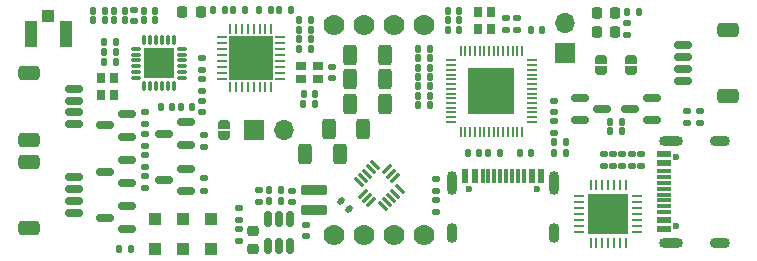
<source format=gbr>
%TF.GenerationSoftware,KiCad,Pcbnew,(6.0.5)*%
%TF.CreationDate,2022-11-18T19:02:11-05:00*%
%TF.ProjectId,SimpleMelt-Hardware,53696d70-6c65-44d6-956c-742d48617264,rev?*%
%TF.SameCoordinates,Original*%
%TF.FileFunction,Soldermask,Top*%
%TF.FilePolarity,Negative*%
%FSLAX46Y46*%
G04 Gerber Fmt 4.6, Leading zero omitted, Abs format (unit mm)*
G04 Created by KiCad (PCBNEW (6.0.5)) date 2022-11-18 19:02:11*
%MOMM*%
%LPD*%
G01*
G04 APERTURE LIST*
G04 Aperture macros list*
%AMRoundRect*
0 Rectangle with rounded corners*
0 $1 Rounding radius*
0 $2 $3 $4 $5 $6 $7 $8 $9 X,Y pos of 4 corners*
0 Add a 4 corners polygon primitive as box body*
4,1,4,$2,$3,$4,$5,$6,$7,$8,$9,$2,$3,0*
0 Add four circle primitives for the rounded corners*
1,1,$1+$1,$2,$3*
1,1,$1+$1,$4,$5*
1,1,$1+$1,$6,$7*
1,1,$1+$1,$8,$9*
0 Add four rect primitives between the rounded corners*
20,1,$1+$1,$2,$3,$4,$5,0*
20,1,$1+$1,$4,$5,$6,$7,0*
20,1,$1+$1,$6,$7,$8,$9,0*
20,1,$1+$1,$8,$9,$2,$3,0*%
%AMRotRect*
0 Rectangle, with rotation*
0 The origin of the aperture is its center*
0 $1 length*
0 $2 width*
0 $3 Rotation angle, in degrees counterclockwise*
0 Add horizontal line*
21,1,$1,$2,0,0,$3*%
%AMFreePoly0*
4,1,13,0.500000,-0.500000,0.000000,-0.500000,-0.095671,-0.480970,-0.176777,-0.426777,-0.230970,-0.345671,-0.250000,-0.250000,-0.250000,0.250000,-0.230970,0.345671,-0.176777,0.426777,-0.095671,0.480970,0.000000,0.500000,0.500000,0.500000,0.500000,-0.500000,0.500000,-0.500000,$1*%
%AMFreePoly1*
4,1,13,0.095671,0.480970,0.176777,0.426777,0.230970,0.345671,0.250000,0.250000,0.250000,-0.250000,0.230970,-0.345671,0.176777,-0.426777,0.095671,-0.480970,0.000000,-0.500000,-0.500000,-0.500000,-0.500000,0.500000,0.000000,0.500000,0.095671,0.480970,0.095671,0.480970,$1*%
G04 Aperture macros list end*
%ADD10RoundRect,0.250000X-0.312500X-0.625000X0.312500X-0.625000X0.312500X0.625000X-0.312500X0.625000X0*%
%ADD11RoundRect,0.135000X0.185000X-0.135000X0.185000X0.135000X-0.185000X0.135000X-0.185000X-0.135000X0*%
%ADD12RoundRect,0.135000X0.135000X0.185000X-0.135000X0.185000X-0.135000X-0.185000X0.135000X-0.185000X0*%
%ADD13RoundRect,0.135000X-0.135000X-0.185000X0.135000X-0.185000X0.135000X0.185000X-0.135000X0.185000X0*%
%ADD14FreePoly0,270.000000*%
%ADD15FreePoly1,270.000000*%
%ADD16RoundRect,0.140000X-0.170000X0.140000X-0.170000X-0.140000X0.170000X-0.140000X0.170000X0.140000X0*%
%ADD17R,1.000000X1.000000*%
%ADD18RoundRect,0.218750X-0.218750X-0.256250X0.218750X-0.256250X0.218750X0.256250X-0.218750X0.256250X0*%
%ADD19RoundRect,0.150000X-0.587500X-0.150000X0.587500X-0.150000X0.587500X0.150000X-0.587500X0.150000X0*%
%ADD20RoundRect,0.135000X-0.185000X0.135000X-0.185000X-0.135000X0.185000X-0.135000X0.185000X0.135000X0*%
%ADD21RoundRect,0.140000X-0.140000X-0.170000X0.140000X-0.170000X0.140000X0.170000X-0.140000X0.170000X0*%
%ADD22R,1.700000X1.700000*%
%ADD23O,1.700000X1.700000*%
%ADD24RoundRect,0.225000X0.250000X-0.225000X0.250000X0.225000X-0.250000X0.225000X-0.250000X-0.225000X0*%
%ADD25RoundRect,0.140000X0.140000X0.170000X-0.140000X0.170000X-0.140000X-0.170000X0.140000X-0.170000X0*%
%ADD26RoundRect,0.140000X0.170000X-0.140000X0.170000X0.140000X-0.170000X0.140000X-0.170000X-0.140000X0*%
%ADD27C,0.600000*%
%ADD28R,1.160000X0.600000*%
%ADD29R,1.160000X0.300000*%
%ADD30O,2.000000X0.900000*%
%ADD31O,1.700000X0.900000*%
%ADD32RoundRect,0.050000X-0.387500X-0.050000X0.387500X-0.050000X0.387500X0.050000X-0.387500X0.050000X0*%
%ADD33RoundRect,0.050000X-0.050000X-0.387500X0.050000X-0.387500X0.050000X0.387500X-0.050000X0.387500X0*%
%ADD34R,4.000000X4.000000*%
%ADD35RoundRect,0.150000X0.587500X0.150000X-0.587500X0.150000X-0.587500X-0.150000X0.587500X-0.150000X0*%
%ADD36RoundRect,0.212500X0.887500X-0.212500X0.887500X0.212500X-0.887500X0.212500X-0.887500X-0.212500X0*%
%ADD37RoundRect,0.075000X-0.350000X-0.075000X0.350000X-0.075000X0.350000X0.075000X-0.350000X0.075000X0*%
%ADD38RoundRect,0.075000X-0.075000X-0.350000X0.075000X-0.350000X0.075000X0.350000X-0.075000X0.350000X0*%
%ADD39R,2.650000X2.650000*%
%ADD40RoundRect,0.140000X0.219203X0.021213X0.021213X0.219203X-0.219203X-0.021213X-0.021213X-0.219203X0*%
%ADD41C,1.778000*%
%ADD42RotRect,1.000000X0.300000X135.000000*%
%ADD43RotRect,0.300000X1.000000X135.000000*%
%ADD44R,0.600000X1.160000*%
%ADD45R,0.300000X1.160000*%
%ADD46O,0.900000X2.000000*%
%ADD47O,0.900000X1.700000*%
%ADD48RoundRect,0.062500X0.337500X0.062500X-0.337500X0.062500X-0.337500X-0.062500X0.337500X-0.062500X0*%
%ADD49RoundRect,0.062500X0.062500X0.337500X-0.062500X0.337500X-0.062500X-0.337500X0.062500X-0.337500X0*%
%ADD50R,3.350000X3.350000*%
%ADD51R,0.800000X0.900000*%
%ADD52RoundRect,0.147500X0.172500X-0.147500X0.172500X0.147500X-0.172500X0.147500X-0.172500X-0.147500X0*%
%ADD53RoundRect,0.150000X-0.150000X0.512500X-0.150000X-0.512500X0.150000X-0.512500X0.150000X0.512500X0*%
%ADD54FreePoly0,90.000000*%
%ADD55FreePoly1,90.000000*%
%ADD56RoundRect,0.150000X-0.625000X0.150000X-0.625000X-0.150000X0.625000X-0.150000X0.625000X0.150000X0*%
%ADD57RoundRect,0.250000X-0.650000X0.350000X-0.650000X-0.350000X0.650000X-0.350000X0.650000X0.350000X0*%
%ADD58R,1.000000X1.050000*%
%ADD59R,1.050000X2.200000*%
%ADD60RoundRect,0.147500X0.147500X0.172500X-0.147500X0.172500X-0.147500X-0.172500X0.147500X-0.172500X0*%
%ADD61R,0.900000X0.800000*%
%ADD62RoundRect,0.062500X-0.062500X0.337500X-0.062500X-0.337500X0.062500X-0.337500X0.062500X0.337500X0*%
%ADD63RoundRect,0.062500X-0.337500X0.062500X-0.337500X-0.062500X0.337500X-0.062500X0.337500X0.062500X0*%
%ADD64R,3.700000X3.700000*%
%ADD65RoundRect,0.150000X0.625000X-0.150000X0.625000X0.150000X-0.625000X0.150000X-0.625000X-0.150000X0*%
%ADD66RoundRect,0.250000X0.650000X-0.350000X0.650000X0.350000X-0.650000X0.350000X-0.650000X-0.350000X0*%
G04 APERTURE END LIST*
D10*
%TO.C,R10*%
X-6262500Y-2000000D03*
X-3337500Y-2000000D03*
%TD*%
%TO.C,R9*%
X-4262500Y100000D03*
X-1337500Y100000D03*
%TD*%
%TO.C,R8*%
X-2462500Y4300000D03*
X462500Y4300000D03*
%TD*%
%TO.C,R7*%
X-2462500Y6400000D03*
X462500Y6400000D03*
%TD*%
%TO.C,R6*%
X-2452500Y2200000D03*
X472500Y2200000D03*
%TD*%
D11*
%TO.C,R52*%
X19800000Y-3030000D03*
X19800000Y-2010000D03*
%TD*%
D12*
%TO.C,R60*%
X-5765000Y9300000D03*
X-6785000Y9300000D03*
%TD*%
D13*
%TO.C,R63*%
X-12385000Y10175000D03*
X-11365000Y10175000D03*
%TD*%
D14*
%TO.C,JP2*%
X18800000Y6100000D03*
D15*
X18800000Y4900000D03*
%TD*%
D16*
%TO.C,C50*%
X22200000Y-2040000D03*
X22200000Y-3000000D03*
%TD*%
D17*
%TO.C,D42*%
X-14200000Y-7550000D03*
X-14200000Y-10050000D03*
%TD*%
D18*
%TO.C,D60*%
X-16687500Y10000000D03*
X-15112500Y10000000D03*
%TD*%
D17*
%TO.C,D20*%
X-16600000Y-7550000D03*
X-16600000Y-10050000D03*
%TD*%
D19*
%TO.C,Q50*%
X17025000Y2750000D03*
X17025000Y850000D03*
X18900000Y1800000D03*
%TD*%
D20*
%TO.C,R33*%
X-19800000Y1510000D03*
X-19800000Y490000D03*
%TD*%
D16*
%TO.C,C12*%
X10700000Y9480000D03*
X10700000Y8520000D03*
%TD*%
D21*
%TO.C,C63*%
X-8455000Y10175000D03*
X-7495000Y10175000D03*
%TD*%
D11*
%TO.C,R41*%
X21000000Y8090000D03*
X21000000Y9110000D03*
%TD*%
D21*
%TO.C,C10*%
X5820000Y8500000D03*
X6780000Y8500000D03*
%TD*%
D18*
%TO.C,D40*%
X18412500Y9900000D03*
X19987500Y9900000D03*
%TD*%
D21*
%TO.C,C62*%
X-6755000Y6900000D03*
X-5795000Y6900000D03*
%TD*%
D20*
%TO.C,R56*%
X4800000Y-4100000D03*
X4800000Y-5120000D03*
%TD*%
D13*
%TO.C,R51*%
X19552500Y-100000D03*
X20572500Y-100000D03*
%TD*%
D14*
%TO.C,JP60*%
X-13100000Y600000D03*
D15*
X-13100000Y-600000D03*
%TD*%
D22*
%TO.C,J2*%
X15700000Y6525000D03*
D23*
X15700000Y9065000D03*
%TD*%
D24*
%TO.C,C20*%
X-10700000Y-10075000D03*
X-10700000Y-8525000D03*
%TD*%
D21*
%TO.C,C4*%
X7520000Y-1900000D03*
X8480000Y-1900000D03*
%TD*%
D20*
%TO.C,R54*%
X27200000Y1610000D03*
X27200000Y590000D03*
%TD*%
D16*
%TO.C,C52*%
X20600000Y-2040000D03*
X20600000Y-3000000D03*
%TD*%
D25*
%TO.C,C102*%
X-23240000Y10100000D03*
X-24200000Y10100000D03*
%TD*%
D26*
%TO.C,C7*%
X14800000Y-200000D03*
X14800000Y760000D03*
%TD*%
D12*
%TO.C,R67*%
X-13090000Y10175000D03*
X-14110000Y10175000D03*
%TD*%
D27*
%TO.C,U51*%
X25150000Y-2310000D03*
X25150000Y-8090000D03*
D28*
X24090000Y-8400000D03*
X24090000Y-7600000D03*
D29*
X24090000Y-6450000D03*
X24090000Y-5450000D03*
X24090000Y-4950000D03*
X24090000Y-3950000D03*
D28*
X24090000Y-2800000D03*
X24090000Y-2000000D03*
X24090000Y-2000000D03*
X24090000Y-2800000D03*
D29*
X24090000Y-3450000D03*
X24090000Y-4450000D03*
X24090000Y-5950000D03*
X24090000Y-6950000D03*
D28*
X24090000Y-7600000D03*
X24090000Y-8400000D03*
D30*
X24670000Y-9520000D03*
X24670000Y-880000D03*
D31*
X28840000Y-9520000D03*
X28840000Y-880000D03*
%TD*%
D25*
%TO.C,C13*%
X4280000Y6100000D03*
X3320000Y6100000D03*
%TD*%
%TO.C,C61*%
X-5420000Y3075000D03*
X-6380000Y3075000D03*
%TD*%
D13*
%TO.C,R4*%
X14790000Y-1900000D03*
X15810000Y-1900000D03*
%TD*%
D18*
%TO.C,D41*%
X18412500Y8300000D03*
X19987500Y8300000D03*
%TD*%
D12*
%TO.C,R50*%
X20572500Y700000D03*
X19552500Y700000D03*
%TD*%
D11*
%TO.C,R36*%
X-14800000Y-1410000D03*
X-14800000Y-390000D03*
%TD*%
D12*
%TO.C,R20*%
X-8290000Y-5100000D03*
X-9310000Y-5100000D03*
%TD*%
D25*
%TO.C,C11*%
X6780000Y10100000D03*
X5820000Y10100000D03*
%TD*%
D21*
%TO.C,C70*%
X-16780000Y1950000D03*
X-15820000Y1950000D03*
%TD*%
D32*
%TO.C,U1*%
X6062500Y5900000D03*
X6062500Y5500000D03*
X6062500Y5100000D03*
X6062500Y4700000D03*
X6062500Y4300000D03*
X6062500Y3900000D03*
X6062500Y3500000D03*
X6062500Y3100000D03*
X6062500Y2700000D03*
X6062500Y2300000D03*
X6062500Y1900000D03*
X6062500Y1500000D03*
X6062500Y1100000D03*
X6062500Y700000D03*
D33*
X6900000Y-137500D03*
X7300000Y-137500D03*
X7700000Y-137500D03*
X8100000Y-137500D03*
X8500000Y-137500D03*
X8900000Y-137500D03*
X9300000Y-137500D03*
X9700000Y-137500D03*
X10100000Y-137500D03*
X10500000Y-137500D03*
X10900000Y-137500D03*
X11300000Y-137500D03*
X11700000Y-137500D03*
X12100000Y-137500D03*
D32*
X12937500Y700000D03*
X12937500Y1100000D03*
X12937500Y1500000D03*
X12937500Y1900000D03*
X12937500Y2300000D03*
X12937500Y2700000D03*
X12937500Y3100000D03*
X12937500Y3500000D03*
X12937500Y3900000D03*
X12937500Y4300000D03*
X12937500Y4700000D03*
X12937500Y5100000D03*
X12937500Y5500000D03*
X12937500Y5900000D03*
D33*
X12100000Y6737500D03*
X11700000Y6737500D03*
X11300000Y6737500D03*
X10900000Y6737500D03*
X10500000Y6737500D03*
X10100000Y6737500D03*
X9700000Y6737500D03*
X9300000Y6737500D03*
X8900000Y6737500D03*
X8500000Y6737500D03*
X8100000Y6737500D03*
X7700000Y6737500D03*
X7300000Y6737500D03*
X6900000Y6737500D03*
D34*
X9500000Y3300000D03*
%TD*%
D21*
%TO.C,C9*%
X5820000Y9300000D03*
X6780000Y9300000D03*
%TD*%
D35*
%TO.C,Q20*%
X-21362500Y-8350000D03*
X-21362500Y-6450000D03*
X-23237500Y-7400000D03*
%TD*%
D25*
%TO.C,C74*%
X-22320000Y7450000D03*
X-23280000Y7450000D03*
%TD*%
D12*
%TO.C,R1*%
X4310000Y6900000D03*
X3290000Y6900000D03*
%TD*%
D36*
%TO.C,L20*%
X-5500000Y-6725000D03*
X-5500000Y-5075000D03*
%TD*%
D11*
%TO.C,R32*%
X-14800000Y-5110000D03*
X-14800000Y-4090000D03*
%TD*%
D20*
%TO.C,R43*%
X-11900000Y-6590000D03*
X-11900000Y-7610000D03*
%TD*%
%TO.C,R2*%
X11700000Y9510000D03*
X11700000Y8490000D03*
%TD*%
D16*
%TO.C,C6*%
X14800000Y2460000D03*
X14800000Y1500000D03*
%TD*%
D25*
%TO.C,C14*%
X4280000Y2900000D03*
X3320000Y2900000D03*
%TD*%
%TO.C,C104*%
X-21525000Y10100000D03*
X-22485000Y10100000D03*
%TD*%
D21*
%TO.C,C1*%
X3320000Y5300000D03*
X4280000Y5300000D03*
%TD*%
D37*
%TO.C,U70*%
X-20580000Y6905000D03*
X-20580000Y6405000D03*
X-20580000Y5905000D03*
X-20580000Y5405000D03*
X-20580000Y4905000D03*
X-20580000Y4405000D03*
D38*
X-19880000Y3705000D03*
X-19380000Y3705000D03*
X-18880000Y3705000D03*
X-18380000Y3705000D03*
X-17880000Y3705000D03*
X-17380000Y3705000D03*
D37*
X-16680000Y4405000D03*
X-16680000Y4905000D03*
X-16680000Y5405000D03*
X-16680000Y5905000D03*
X-16680000Y6405000D03*
X-16680000Y6905000D03*
D38*
X-17380000Y7605000D03*
X-17880000Y7605000D03*
X-18380000Y7605000D03*
X-18880000Y7605000D03*
X-19380000Y7605000D03*
X-19880000Y7605000D03*
D39*
X-18630000Y5655000D03*
%TD*%
D35*
%TO.C,Q33*%
X-16362500Y-1250000D03*
X-16362500Y650000D03*
X-18237500Y-300000D03*
%TD*%
D16*
%TO.C,C51*%
X21400000Y-2040000D03*
X21400000Y-3000000D03*
%TD*%
D20*
%TO.C,R66*%
X-15000000Y6110000D03*
X-15000000Y5090000D03*
%TD*%
D40*
%TO.C,C31*%
X-2560589Y-6639411D03*
X-3239411Y-5960589D03*
%TD*%
D20*
%TO.C,R55*%
X26100000Y1610000D03*
X26100000Y590000D03*
%TD*%
D21*
%TO.C,C3*%
X3320000Y4500000D03*
X4280000Y4500000D03*
%TD*%
D41*
%TO.C,U30*%
X3810000Y8890000D03*
X1270000Y8890000D03*
X-1270000Y8890000D03*
X-3810000Y8890000D03*
X-3810000Y-8890000D03*
X-1270000Y-8890000D03*
X1270000Y-8890000D03*
X3810000Y-8890000D03*
%TD*%
D12*
%TO.C,R40*%
X22010000Y10000000D03*
X20990000Y10000000D03*
%TD*%
D42*
%TO.C,U31*%
X318198Y-6432412D03*
X671751Y-6078858D03*
X1025305Y-5725305D03*
X1378858Y-5371751D03*
X1732412Y-5018198D03*
D43*
X1378858Y-4028249D03*
X1025305Y-3674695D03*
X671751Y-3321142D03*
D42*
X-318198Y-2967588D03*
X-671751Y-3321142D03*
X-1025305Y-3674695D03*
X-1378858Y-4028249D03*
X-1732412Y-4381802D03*
D43*
X-1378858Y-5371751D03*
X-1025305Y-5725305D03*
X-671751Y-6078858D03*
%TD*%
D27*
%TO.C,U52*%
X7610000Y-4975000D03*
X13390000Y-4975000D03*
D44*
X7300000Y-3915000D03*
X8100000Y-3915000D03*
D45*
X9250000Y-3915000D03*
X10250000Y-3915000D03*
X10750000Y-3915000D03*
X11750000Y-3915000D03*
D44*
X12900000Y-3915000D03*
X13700000Y-3915000D03*
X13700000Y-3915000D03*
X12900000Y-3915000D03*
D45*
X12250000Y-3915000D03*
X11250000Y-3915000D03*
X9750000Y-3915000D03*
X8750000Y-3915000D03*
D44*
X8100000Y-3915000D03*
X7300000Y-3915000D03*
D46*
X6180000Y-4495000D03*
D47*
X14820000Y-8665000D03*
X6180000Y-8665000D03*
D46*
X14820000Y-4495000D03*
%TD*%
D35*
%TO.C,Q30*%
X-21362500Y-4450000D03*
X-21362500Y-2550000D03*
X-23237500Y-3500000D03*
%TD*%
D20*
%TO.C,R65*%
X-15000000Y4310000D03*
X-15000000Y3290000D03*
%TD*%
D25*
%TO.C,C5*%
X12880000Y-1900000D03*
X11920000Y-1900000D03*
%TD*%
D12*
%TO.C,R64*%
X-22290000Y5800000D03*
X-23310000Y5800000D03*
%TD*%
D25*
%TO.C,C65*%
X-9195000Y10175000D03*
X-10155000Y10175000D03*
%TD*%
D48*
%TO.C,U50*%
X21850000Y-8600000D03*
X21850000Y-8100000D03*
X21850000Y-7600000D03*
X21850000Y-7100000D03*
X21850000Y-6600000D03*
X21850000Y-6100000D03*
X21850000Y-5600000D03*
D49*
X20900000Y-4650000D03*
X20400000Y-4650000D03*
X19900000Y-4650000D03*
X19400000Y-4650000D03*
X18900000Y-4650000D03*
X18400000Y-4650000D03*
X17900000Y-4650000D03*
D48*
X16950000Y-5600000D03*
X16950000Y-6100000D03*
X16950000Y-6600000D03*
X16950000Y-7100000D03*
X16950000Y-7600000D03*
X16950000Y-8100000D03*
X16950000Y-8600000D03*
D49*
X17900000Y-9550000D03*
X18400000Y-9550000D03*
X18900000Y-9550000D03*
X19400000Y-9550000D03*
X19900000Y-9550000D03*
X20400000Y-9550000D03*
X20900000Y-9550000D03*
D50*
X19400000Y-7100000D03*
%TD*%
D51*
%TO.C,U2*%
X9450000Y8600000D03*
X9450000Y10000000D03*
X8350000Y10000000D03*
X8350000Y8600000D03*
%TD*%
D25*
%TO.C,C40*%
X4280000Y2100000D03*
X3320000Y2100000D03*
%TD*%
D11*
%TO.C,R53*%
X19000000Y-3030000D03*
X19000000Y-2010000D03*
%TD*%
D35*
%TO.C,Q31*%
X-16362500Y-5150000D03*
X-16362500Y-3250000D03*
X-18237500Y-4200000D03*
%TD*%
D25*
%TO.C,C72*%
X-17520000Y1950000D03*
X-18480000Y1950000D03*
%TD*%
D26*
%TO.C,C60*%
X-3975000Y4395000D03*
X-3975000Y5355000D03*
%TD*%
D52*
%TO.C,L101*%
X-20720000Y9215000D03*
X-20720000Y10185000D03*
%TD*%
D25*
%TO.C,C71*%
X-22320000Y6650000D03*
X-23280000Y6650000D03*
%TD*%
D53*
%TO.C,U20*%
X-7550000Y-7562500D03*
X-8500000Y-7562500D03*
X-9450000Y-7562500D03*
X-9450000Y-9837500D03*
X-8500000Y-9837500D03*
X-7550000Y-9837500D03*
%TD*%
D16*
%TO.C,C73*%
X-15000000Y2480000D03*
X-15000000Y1520000D03*
%TD*%
D17*
%TO.C,D21*%
X-19000000Y-7550000D03*
X-19000000Y-10050000D03*
%TD*%
D54*
%TO.C,JP1*%
X21300000Y4900000D03*
D55*
X21300000Y6100000D03*
%TD*%
D21*
%TO.C,C101*%
X-19900000Y10100000D03*
X-18940000Y10100000D03*
%TD*%
D56*
%TO.C,J201*%
X-25800000Y3500000D03*
X-25800000Y2500000D03*
X-25800000Y1500000D03*
X-25800000Y500000D03*
D57*
X-29675000Y4800000D03*
X-29675000Y-800000D03*
%TD*%
D58*
%TO.C,J60*%
X-28000000Y9650000D03*
D59*
X-26525000Y8125000D03*
X-29475000Y8125000D03*
%TD*%
D20*
%TO.C,R21*%
X-10200000Y-5090000D03*
X-10200000Y-6110000D03*
%TD*%
D60*
%TO.C,L102*%
X-21520000Y9300000D03*
X-22490000Y9300000D03*
%TD*%
D12*
%TO.C,R5*%
X15810000Y-1010000D03*
X14790000Y-1010000D03*
%TD*%
D56*
%TO.C,J202*%
X-25800000Y-4000000D03*
X-25800000Y-5000000D03*
X-25800000Y-6000000D03*
X-25800000Y-7000000D03*
D57*
X-29675000Y-8300000D03*
X-29675000Y-2700000D03*
%TD*%
D25*
%TO.C,C103*%
X-23240000Y9300000D03*
X-24200000Y9300000D03*
%TD*%
D35*
%TO.C,Q51*%
X23100000Y850000D03*
X23100000Y2750000D03*
X21225000Y1800000D03*
%TD*%
D25*
%TO.C,C8*%
X13780000Y8500000D03*
X12820000Y8500000D03*
%TD*%
D35*
%TO.C,Q32*%
X-21362500Y-550000D03*
X-21362500Y1350000D03*
X-23237500Y400000D03*
%TD*%
D16*
%TO.C,C21*%
X-6200000Y-8020000D03*
X-6200000Y-8980000D03*
%TD*%
D22*
%TO.C,J1*%
X-10575000Y0D03*
D23*
X-8035000Y0D03*
%TD*%
D12*
%TO.C,R22*%
X-20990000Y-10100000D03*
X-22010000Y-10100000D03*
%TD*%
D20*
%TO.C,R31*%
X-19800000Y-3890000D03*
X-19800000Y-4910000D03*
%TD*%
D25*
%TO.C,C64*%
X-5795000Y8500000D03*
X-6755000Y8500000D03*
%TD*%
D13*
%TO.C,R68*%
X-6410000Y2200000D03*
X-5390000Y2200000D03*
%TD*%
D20*
%TO.C,R42*%
X-11900000Y-8390000D03*
X-11900000Y-9410000D03*
%TD*%
%TO.C,R30*%
X-19800000Y-2090000D03*
X-19800000Y-3110000D03*
%TD*%
D11*
%TO.C,R57*%
X4800000Y-6920000D03*
X4800000Y-5900000D03*
%TD*%
D51*
%TO.C,U71*%
X-22450000Y3000000D03*
X-22450000Y4400000D03*
X-23550000Y4400000D03*
X-23550000Y3000000D03*
%TD*%
D61*
%TO.C,U61*%
X-5175000Y5425000D03*
X-6575000Y5425000D03*
X-6575000Y4325000D03*
X-5175000Y4325000D03*
%TD*%
D62*
%TO.C,U60*%
X-9125000Y8550000D03*
X-9625000Y8550000D03*
X-10125000Y8550000D03*
X-10625000Y8550000D03*
X-11125000Y8550000D03*
X-11625000Y8550000D03*
X-12125000Y8550000D03*
X-12625000Y8550000D03*
D63*
X-13325000Y7850000D03*
X-13325000Y7350000D03*
X-13325000Y6850000D03*
X-13325000Y6350000D03*
X-13325000Y5850000D03*
X-13325000Y5350000D03*
X-13325000Y4850000D03*
X-13325000Y4350000D03*
D62*
X-12625000Y3650000D03*
X-12125000Y3650000D03*
X-11625000Y3650000D03*
X-11125000Y3650000D03*
X-10625000Y3650000D03*
X-10125000Y3650000D03*
X-9625000Y3650000D03*
X-9125000Y3650000D03*
D63*
X-8425000Y4350000D03*
X-8425000Y4850000D03*
X-8425000Y5350000D03*
X-8425000Y5850000D03*
X-8425000Y6350000D03*
X-8425000Y6850000D03*
X-8425000Y7350000D03*
X-8425000Y7850000D03*
D64*
X-10875000Y6100000D03*
%TD*%
D21*
%TO.C,C2*%
X3320000Y3700000D03*
X4280000Y3700000D03*
%TD*%
D16*
%TO.C,C23*%
X-7400000Y-5120000D03*
X-7400000Y-6080000D03*
%TD*%
D20*
%TO.C,R34*%
X-19800000Y-290000D03*
X-19800000Y-1310000D03*
%TD*%
D65*
%TO.C,J200*%
X25700000Y4200000D03*
X25700000Y5200000D03*
X25700000Y6200000D03*
X25700000Y7200000D03*
D66*
X29575000Y8500000D03*
X29575000Y2900000D03*
%TD*%
D12*
%TO.C,R3*%
X10210000Y-1900000D03*
X9190000Y-1900000D03*
%TD*%
D25*
%TO.C,C22*%
X-8340000Y-6000000D03*
X-9300000Y-6000000D03*
%TD*%
D12*
%TO.C,R62*%
X-5765000Y7700000D03*
X-6785000Y7700000D03*
%TD*%
D21*
%TO.C,C100*%
X-19900000Y9300000D03*
X-18940000Y9300000D03*
%TD*%
M02*

</source>
